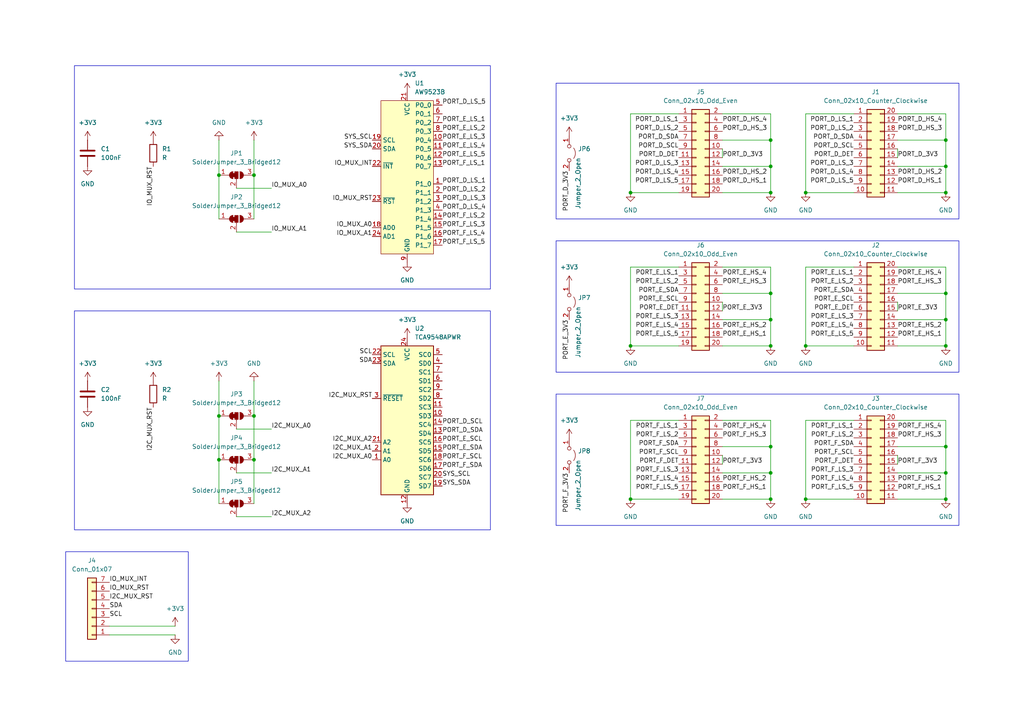
<source format=kicad_sch>
(kicad_sch (version 20231120) (generator "eeschema") (generator_version "8.0")
  (paper "A4")
  (lib_symbols
    (symbol "Connector_Generic:Conn_01x07" (pin_names (offset 1.016) hide)
      (property "Reference" "J" (at 0 10.16 0))
      (property "Value" "Conn_01x07" (at 0 -10.16 0))
      (symbol "Conn_01x07_1_1"
        (rectangle (start -1.27 -7.493) (end 0 -7.747) (stroke (width 0.1524)))
        (rectangle (start -1.27 -4.953) (end 0 -5.207) (stroke (width 0.1524)))
        (rectangle (start -1.27 -2.413) (end 0 -2.667) (stroke (width 0.1524)))
        (rectangle (start -1.27 0.127) (end 0 -0.127) (stroke (width 0.1524)))
        (rectangle (start -1.27 2.667) (end 0 2.413) (stroke (width 0.1524)))
        (rectangle (start -1.27 5.207) (end 0 4.953) (stroke (width 0.1524)))
        (rectangle (start -1.27 7.747) (end 0 7.493) (stroke (width 0.1524)))
        (rectangle (start -1.27 8.89) (end 1.27 -8.89) (stroke (width 0.254)) (fill (type background)))
        (pin passive line (at -5.08 7.62 0) (length 3.81) (name "Pin_1") (number "1"))
        (pin passive line (at -5.08 5.08 0) (length 3.81) (name "Pin_2") (number "2"))
        (pin passive line (at -5.08 2.54 0) (length 3.81) (name "Pin_3") (number "3"))
        (pin passive line (at -5.08 0 0) (length 3.81) (name "Pin_4") (number "4"))
        (pin passive line (at -5.08 -2.54 0) (length 3.81) (name "Pin_5") (number "5"))
        (pin passive line (at -5.08 -5.08 0) (length 3.81) (name "Pin_6") (number "6"))
        (pin passive line (at -5.08 -7.62 0) (length 3.81) (name "Pin_7") (number "7"))
      )
    )
    (symbol "Connector_Generic:Conn_02x10_Counter_Clockwise" (pin_names (offset 1.016) hide)
      (property "Reference" "J" (at 1.27 12.7 0))
      (property "Value" "Conn_02x10_Counter_Clockwise" (at 1.27 -15.24 0))
      (symbol "Conn_02x10_Counter_Clockwise_1_1"
        (rectangle (start -1.27 -12.573) (end 0 -12.827) (stroke (width 0.1524)))
        (rectangle (start -1.27 -10.033) (end 0 -10.287) (stroke (width 0.1524)))
        (rectangle (start -1.27 -7.493) (end 0 -7.747) (stroke (width 0.1524)))
        (rectangle (start -1.27 -4.953) (end 0 -5.207) (stroke (width 0.1524)))
        (rectangle (start -1.27 -2.413) (end 0 -2.667) (stroke (width 0.1524)))
        (rectangle (start -1.27 0.127) (end 0 -0.127) (stroke (width 0.1524)))
        (rectangle (start -1.27 2.667) (end 0 2.413) (stroke (width 0.1524)))
        (rectangle (start -1.27 5.207) (end 0 4.953) (stroke (width 0.1524)))
        (rectangle (start -1.27 7.747) (end 0 7.493) (stroke (width 0.1524)))
        (rectangle (start -1.27 10.287) (end 0 10.033) (stroke (width 0.1524)))
        (rectangle (start -1.27 11.43) (end 3.81 -13.97) (stroke (width 0.254)) (fill (type background)))
        (rectangle (start 3.81 -12.573) (end 2.54 -12.827) (stroke (width 0.1524)))
        (rectangle (start 3.81 -10.033) (end 2.54 -10.287) (stroke (width 0.1524)))
        (rectangle (start 3.81 -7.493) (end 2.54 -7.747) (stroke (width 0.1524)))
        (rectangle (start 3.81 -4.953) (end 2.54 -5.207) (stroke (width 0.1524)))
        (rectangle (start 3.81 -2.413) (end 2.54 -2.667) (stroke (width 0.1524)))
        (rectangle (start 3.81 0.127) (end 2.54 -0.127) (stroke (width 0.1524)))
        (rectangle (start 3.81 2.667) (end 2.54 2.413) (stroke (width 0.1524)))
        (rectangle (start 3.81 5.207) (end 2.54 4.953) (stroke (width 0.1524)))
        (rectangle (start 3.81 7.747) (end 2.54 7.493) (stroke (width 0.1524)))
        (rectangle (start 3.81 10.287) (end 2.54 10.033) (stroke (width 0.1524)))
        (pin passive line (at -5.08 10.16 0) (length 3.81) (name "Pin_1") (number "1"))
        (pin passive line (at -5.08 -12.7 0) (length 3.81) (name "Pin_10") (number "10"))
        (pin passive line (at 7.62 -12.7 180) (length 3.81) (name "Pin_11") (number "11"))
        (pin passive line (at 7.62 -10.16 180) (length 3.81) (name "Pin_12") (number "12"))
        (pin passive line (at 7.62 -7.62 180) (length 3.81) (name "Pin_13") (number "13"))
        (pin passive line (at 7.62 -5.08 180) (length 3.81) (name "Pin_14") (number "14"))
        (pin passive line (at 7.62 -2.54 180) (length 3.81) (name "Pin_15") (number "15"))
        (pin passive line (at 7.62 0 180) (length 3.81) (name "Pin_16") (number "16"))
        (pin passive line (at 7.62 2.54 180) (length 3.81) (name "Pin_17") (number "17"))
        (pin passive line (at 7.62 5.08 180) (length 3.81) (name "Pin_18") (number "18"))
        (pin passive line (at 7.62 7.62 180) (length 3.81) (name "Pin_19") (number "19"))
        (pin passive line (at -5.08 7.62 0) (length 3.81) (name "Pin_2") (number "2"))
        (pin passive line (at 7.62 10.16 180) (length 3.81) (name "Pin_20") (number "20"))
        (pin passive line (at -5.08 5.08 0) (length 3.81) (name "Pin_3") (number "3"))
        (pin passive line (at -5.08 2.54 0) (length 3.81) (name "Pin_4") (number "4"))
        (pin passive line (at -5.08 0 0) (length 3.81) (name "Pin_5") (number "5"))
        (pin passive line (at -5.08 -2.54 0) (length 3.81) (name "Pin_6") (number "6"))
        (pin passive line (at -5.08 -5.08 0) (length 3.81) (name "Pin_7") (number "7"))
        (pin passive line (at -5.08 -7.62 0) (length 3.81) (name "Pin_8") (number "8"))
        (pin passive line (at -5.08 -10.16 0) (length 3.81) (name "Pin_9") (number "9"))
      )
    )
    (symbol "Connector_Generic:Conn_02x10_Odd_Even" (pin_names (offset 1.016) hide)
      (property "Reference" "J" (at 1.27 12.7 0))
      (property "Value" "Conn_02x10_Odd_Even" (at 1.27 -15.24 0))
      (symbol "Conn_02x10_Odd_Even_1_1"
        (rectangle (start -1.27 -12.573) (end 0 -12.827) (stroke (width 0.1524)))
        (rectangle (start -1.27 -10.033) (end 0 -10.287) (stroke (width 0.1524)))
        (rectangle (start -1.27 -7.493) (end 0 -7.747) (stroke (width 0.1524)))
        (rectangle (start -1.27 -4.953) (end 0 -5.207) (stroke (width 0.1524)))
        (rectangle (start -1.27 -2.413) (end 0 -2.667) (stroke (width 0.1524)))
        (rectangle (start -1.27 0.127) (end 0 -0.127) (stroke (width 0.1524)))
        (rectangle (start -1.27 2.667) (end 0 2.413) (stroke (width 0.1524)))
        (rectangle (start -1.27 5.207) (end 0 4.953) (stroke (width 0.1524)))
        (rectangle (start -1.27 7.747) (end 0 7.493) (stroke (width 0.1524)))
        (rectangle (start -1.27 10.287) (end 0 10.033) (stroke (width 0.1524)))
        (rectangle (start -1.27 11.43) (end 3.81 -13.97) (stroke (width 0.254)) (fill (type background)))
        (rectangle (start 3.81 -12.573) (end 2.54 -12.827) (stroke (width 0.1524)))
        (rectangle (start 3.81 -10.033) (end 2.54 -10.287) (stroke (width 0.1524)))
        (rectangle (start 3.81 -7.493) (end 2.54 -7.747) (stroke (width 0.1524)))
        (rectangle (start 3.81 -4.953) (end 2.54 -5.207) (stroke (width 0.1524)))
        (rectangle (start 3.81 -2.413) (end 2.54 -2.667) (stroke (width 0.1524)))
        (rectangle (start 3.81 0.127) (end 2.54 -0.127) (stroke (width 0.1524)))
        (rectangle (start 3.81 2.667) (end 2.54 2.413) (stroke (width 0.1524)))
        (rectangle (start 3.81 5.207) (end 2.54 4.953) (stroke (width 0.1524)))
        (rectangle (start 3.81 7.747) (end 2.54 7.493) (stroke (width 0.1524)))
        (rectangle (start 3.81 10.287) (end 2.54 10.033) (stroke (width 0.1524)))
        (pin passive line (at -5.08 10.16 0) (length 3.81) (name "Pin_1") (number "1"))
        (pin passive line (at 7.62 0 180) (length 3.81) (name "Pin_10") (number "10"))
        (pin passive line (at -5.08 -2.54 0) (length 3.81) (name "Pin_11") (number "11"))
        (pin passive line (at 7.62 -2.54 180) (length 3.81) (name "Pin_12") (number "12"))
        (pin passive line (at -5.08 -5.08 0) (length 3.81) (name "Pin_13") (number "13"))
        (pin passive line (at 7.62 -5.08 180) (length 3.81) (name "Pin_14") (number "14"))
        (pin passive line (at -5.08 -7.62 0) (length 3.81) (name "Pin_15") (number "15"))
        (pin passive line (at 7.62 -7.62 180) (length 3.81) (name "Pin_16") (number "16"))
        (pin passive line (at -5.08 -10.16 0) (length 3.81) (name "Pin_17") (number "17"))
        (pin passive line (at 7.62 -10.16 180) (length 3.81) (name "Pin_18") (number "18"))
        (pin passive line (at -5.08 -12.7 0) (length 3.81) (name "Pin_19") (number "19"))
        (pin passive line (at 7.62 10.16 180) (length 3.81) (name "Pin_2") (number "2"))
        (pin passive line (at 7.62 -12.7 180) (length 3.81) (name "Pin_20") (number "20"))
        (pin passive line (at -5.08 7.62 0) (length 3.81) (name "Pin_3") (number "3"))
        (pin passive line (at 7.62 7.62 180) (length 3.81) (name "Pin_4") (number "4"))
        (pin passive line (at -5.08 5.08 0) (length 3.81) (name "Pin_5") (number "5"))
        (pin passive line (at 7.62 5.08 180) (length 3.81) (name "Pin_6") (number "6"))
        (pin passive line (at -5.08 2.54 0) (length 3.81) (name "Pin_7") (number "7"))
        (pin passive line (at 7.62 2.54 180) (length 3.81) (name "Pin_8") (number "8"))
        (pin passive line (at -5.08 0 0) (length 3.81) (name "Pin_9") (number "9"))
      )
    )
    (symbol "Device:C" (pin_numbers hide) (pin_names (offset 0.254))
      (property "Reference" "C" (at 0.635 2.54 0))
      (property "Value" "C" (at 0.635 -2.54 0))
      (symbol "C_0_1"
        (polyline (pts (xy -2.032 -0.762) (xy 2.032 -0.762)) (stroke (width 0.508)))
        (polyline (pts (xy -2.032 0.762) (xy 2.032 0.762)) (stroke (width 0.508)))
      )
      (symbol "C_1_1"
        (pin passive line (at 0 3.81 270) (length 2.794) (name "~") (number "1"))
        (pin passive line (at 0 -3.81 90) (length 2.794) (name "~") (number "2"))
      )
    )
    (symbol "Device:R" (pin_numbers hide) (pin_names (offset 0))
      (property "Reference" "R" (at 2.032 0 90))
      (property "Value" "R" (at 0 0 90))
      (symbol "R_0_1"
        (rectangle (start -1.016 -2.54) (end 1.016 2.54) (stroke (width 0.254)))
      )
      (symbol "R_1_1"
        (pin passive line (at 0 3.81 270) (length 1.27) (name "~") (number "1"))
        (pin passive line (at 0 -3.81 90) (length 1.27) (name "~") (number "2"))
      )
    )
    (symbol "Interface_Expansion:TCA9548APWR"
      (property "Reference" "U" (at -7.62 21.59 0))
      (property "Value" "TCA9548APWR" (at 1.016 21.59 0))
      (symbol "TCA9548APWR_0_1"
        (rectangle (start -7.62 20.32) (end 7.62 -22.86) (stroke (width 0.254)) (fill (type background)))
      )
      (symbol "TCA9548APWR_1_1"
        (pin input line (at -10.16 -12.7 0) (length 2.54) (name "A0") (number "1"))
        (pin bidirectional line (at 10.16 0 180) (length 2.54) (name "SD3") (number "10"))
        (pin output line (at 10.16 2.54 180) (length 2.54) (name "SC3") (number "11"))
        (pin power_in line (at 0 -25.4 90) (length 2.54) (name "GND") (number "12"))
        (pin bidirectional line (at 10.16 -5.08 180) (length 2.54) (name "SD4") (number "13"))
        (pin output line (at 10.16 -2.54 180) (length 2.54) (name "SC4") (number "14"))
        (pin bidirectional line (at 10.16 -10.16 180) (length 2.54) (name "SD5") (number "15"))
        (pin output line (at 10.16 -7.62 180) (length 2.54) (name "SC5") (number "16"))
        (pin bidirectional line (at 10.16 -15.24 180) (length 2.54) (name "SD6") (number "17"))
        (pin output line (at 10.16 -12.7 180) (length 2.54) (name "SC6") (number "18"))
        (pin bidirectional line (at 10.16 -20.32 180) (length 2.54) (name "SD7") (number "19"))
        (pin input line (at -10.16 -10.16 0) (length 2.54) (name "A1") (number "2"))
        (pin output line (at 10.16 -17.78 180) (length 2.54) (name "SC7") (number "20"))
        (pin input line (at -10.16 -7.62 0) (length 2.54) (name "A2") (number "21"))
        (pin input line (at -10.16 17.78 0) (length 2.54) (name "SCL") (number "22"))
        (pin bidirectional line (at -10.16 15.24 0) (length 2.54) (name "SDA") (number "23"))
        (pin power_in line (at 0 22.86 270) (length 2.54) (name "VCC") (number "24"))
        (pin input line (at -10.16 5.08 0) (length 2.54) (name "~{RESET}") (number "3"))
        (pin bidirectional line (at 10.16 15.24 180) (length 2.54) (name "SD0") (number "4"))
        (pin output line (at 10.16 17.78 180) (length 2.54) (name "SC0") (number "5"))
        (pin bidirectional line (at 10.16 10.16 180) (length 2.54) (name "SD1") (number "6"))
        (pin output line (at 10.16 12.7 180) (length 2.54) (name "SC1") (number "7"))
        (pin bidirectional line (at 10.16 5.08 180) (length 2.54) (name "SD2") (number "8"))
        (pin output line (at 10.16 7.62 180) (length 2.54) (name "SC2") (number "9"))
      )
    )
    (symbol "Jumper:Jumper_2_Open" (pin_names (offset 0) hide)
      (property "Reference" "JP" (at 0 2.794 0))
      (property "Value" "Jumper_2_Open" (at 0 -2.286 0))
      (symbol "Jumper_2_Open_0_0"
        (circle (center -2.032 0) (radius 0.508))
        (circle (center 2.032 0) (radius 0.508))
      )
      (symbol "Jumper_2_Open_0_1"
        (arc (start 1.524 1.27) (mid 0 1.778) (end -1.524 1.27))
      )
      (symbol "Jumper_2_Open_1_1"
        (pin passive line (at -5.08 0 0) (length 2.54) (name "A") (number "1"))
        (pin passive line (at 5.08 0 180) (length 2.54) (name "B") (number "2"))
      )
    )
    (symbol "Jumper:SolderJumper_3_Bridged12" (pin_names (offset 0) hide)
      (property "Reference" "JP" (at -2.54 -2.54 0))
      (property "Value" "SolderJumper_3_Bridged12" (at 0 2.794 0))
      (symbol "SolderJumper_3_Bridged12_0_1"
        (rectangle (start -1.016 0.508) (end -0.508 -0.508) (fill (type outline)))
        (arc (start -1.016 1.016) (mid -2.0276 0) (end -1.016 -1.016))
        (arc (start -1.016 1.016) (mid -2.0276 0) (end -1.016 -1.016) (fill (type outline)))
        (rectangle (start -0.508 1.016) (end 0.508 -1.016) (fill (type outline)))
        (polyline (pts (xy -2.54 0) (xy -2.032 0)))
        (polyline (pts (xy -1.016 1.016) (xy -1.016 -1.016)))
        (polyline (pts (xy 0 -1.27) (xy 0 -1.016)))
        (polyline (pts (xy 1.016 1.016) (xy 1.016 -1.016)))
        (polyline (pts (xy 2.54 0) (xy 2.032 0)))
        (arc (start 1.016 -1.016) (mid 2.0276 0) (end 1.016 1.016))
        (arc (start 1.016 -1.016) (mid 2.0276 0) (end 1.016 1.016) (fill (type outline)))
      )
      (symbol "SolderJumper_3_Bridged12_1_1"
        (pin passive line (at -5.08 0 0) (length 2.54) (name "A") (number "1"))
        (pin passive line (at 0 -3.81 90) (length 2.54) (name "C") (number "2"))
        (pin passive line (at 5.08 0 180) (length 2.54) (name "B") (number "3"))
      )
    )
    (symbol "power:+3V3" (power) (pin_numbers hide) (pin_names (offset 0) hide)
      (property "Value" "+3V3" (at 0 3.556 0))
      (symbol "+3V3_0_1"
        (polyline (pts (xy -0.762 1.27) (xy 0 2.54)))
        (polyline (pts (xy 0 0) (xy 0 2.54)))
        (polyline (pts (xy 0 2.54) (xy 0.762 1.27)))
      )
      (symbol "+3V3_1_1"
        (pin power_in line (at 0 0 90) (length 0) (name "~") (number "1"))
      )
    )
    (symbol "power:GND" (power) (pin_numbers hide) (pin_names (offset 0) hide)
      (property "Value" "GND" (at 0 -3.81 0))
      (symbol "GND_0_1"
        (polyline (pts (xy 0 0) (xy 0 -1.27) (xy 1.27 -1.27) (xy 0 -2.54) (xy -1.27 -1.27) (xy 0 -1.27)))
      )
      (symbol "GND_1_1"
        (pin power_in line (at 0 0 270) (length 0) (name "~") (number "1"))
      )
    )
    (symbol "tildagon:AW9523B"
      (property "Reference" "U" (at 0 0 0))
      (property "Value" "AW9523B" (at 0 0 0))
      (symbol "AW9523B_1_1"
        (rectangle (start -7.62 21.59) (end 7.62 -22.86) (fill (type background)))
        (pin tri_state line (at 10.16 -2.54 180) (length 2.54) (name "P1_0") (number "1"))
        (pin tri_state line (at 10.16 10.16 180) (length 2.54) (name "P0_4") (number "10"))
        (pin tri_state line (at 10.16 7.62 180) (length 2.54) (name "P0_5") (number "11"))
        (pin tri_state line (at 10.16 5.08 180) (length 2.54) (name "P0_6") (number "12"))
        (pin tri_state line (at 10.16 2.54 180) (length 2.54) (name "P0_7") (number "13"))
        (pin tri_state line (at 10.16 -12.7 180) (length 2.54) (name "P1_4") (number "14"))
        (pin tri_state line (at 10.16 -15.24 180) (length 2.54) (name "P1_5") (number "15"))
        (pin tri_state line (at 10.16 -17.78 180) (length 2.54) (name "P1_6") (number "16"))
        (pin tri_state line (at 10.16 -20.32 180) (length 2.54) (name "P1_7") (number "17"))
        (pin input line (at -10.16 -15.24 0) (length 2.54) (name "AD0") (number "18"))
        (pin input line (at -10.16 10.16 0) (length 2.54) (name "SCL") (number "19"))
        (pin tri_state line (at 10.16 -5.08 180) (length 2.54) (name "P1_1") (number "2"))
        (pin input line (at -10.16 7.62 0) (length 2.54) (name "SDA") (number "20"))
        (pin power_in line (at 0 24.13 270) (length 2.54) (name "VCC") (number "21"))
        (pin open_collector line (at -10.16 2.54 0) (length 2.54) (name "~{INT}") (number "22"))
        (pin input line (at -10.16 -7.62 0) (length 2.54) (name "~{RST}") (number "23"))
        (pin input line (at -10.16 -17.78 0) (length 2.54) (name "AD1") (number "24"))
        (pin passive line (at 0 -25.4 90) (length 2.54) hide (name "GND") (number "25"))
        (pin tri_state line (at 10.16 -7.62 180) (length 2.54) (name "P1_2") (number "3"))
        (pin tri_state line (at 10.16 -10.16 180) (length 2.54) (name "P1_3") (number "4"))
        (pin tri_state line (at 10.16 20.32 180) (length 2.54) (name "P0_0") (number "5"))
        (pin tri_state line (at 10.16 17.78 180) (length 2.54) (name "P0_1") (number "6"))
        (pin tri_state line (at 10.16 15.24 180) (length 2.54) (name "P0_2") (number "7"))
        (pin tri_state line (at 10.16 12.7 180) (length 2.54) (name "P0_3") (number "8"))
        (pin power_in line (at 0 -25.4 90) (length 2.54) (name "GND") (number "9"))
      )
    )
  )
  (junction (at 223.52 40.64))
  (junction (at 233.68 55.88))
  (junction (at 63.5 133.35))
  (junction (at 274.32 100.33))
  (junction (at 223.52 48.26))
  (junction (at 274.32 55.88))
  (junction (at 274.32 129.54))
  (junction (at 223.52 129.54))
  (junction (at 223.52 137.16))
  (junction (at 182.88 144.78))
  (junction (at 274.32 48.26))
  (junction (at 274.32 85.09))
  (junction (at 73.66 120.65))
  (junction (at 223.52 85.09))
  (junction (at 182.88 100.33))
  (junction (at 223.52 92.71))
  (junction (at 223.52 144.78))
  (junction (at 73.66 50.8))
  (junction (at 63.5 120.65))
  (junction (at 274.32 137.16))
  (junction (at 274.32 144.78))
  (junction (at 274.32 40.64))
  (junction (at 223.52 100.33))
  (junction (at 182.88 55.88))
  (junction (at 63.5 50.8))
  (junction (at 233.68 144.78))
  (junction (at 274.32 92.71))
  (junction (at 223.52 55.88))
  (junction (at 233.68 100.33))
  (junction (at 73.66 133.35))
  (wire (pts (xy 182.88 100.33) (xy 196.85 100.33)))
  (wire (pts (xy 274.32 48.26) (xy 274.32 55.88)))
  (wire (pts (xy 274.32 77.47) (xy 274.32 85.09)))
  (wire (pts (xy 233.68 77.47) (xy 233.68 100.33)))
  (wire (pts (xy 233.68 121.92) (xy 233.68 144.78)))
  (wire (pts (xy 223.52 121.92) (xy 223.52 129.54)))
  (wire (pts (xy 182.88 144.78) (xy 196.85 144.78)))
  (wire (pts (xy 209.55 137.16) (xy 223.52 137.16)))
  (wire (pts (xy 196.85 77.47) (xy 182.88 77.47)))
  (wire (pts (xy 223.52 77.47) (xy 223.52 85.09)))
  (wire (pts (xy 233.68 33.02) (xy 247.65 33.02)))
  (wire (pts (xy 209.55 43.18) (xy 209.55 45.72)))
  (wire (pts (xy 233.68 100.33) (xy 247.65 100.33)))
  (wire (pts (xy 73.66 40.64) (xy 73.66 50.8)))
  (wire (pts (xy 223.52 40.64) (xy 223.52 48.26)))
  (wire (pts (xy 63.5 133.35) (xy 63.5 146.05)))
  (wire (pts (xy 68.58 67.31) (xy 78.74 67.31)))
  (wire (pts (xy 73.66 120.65) (xy 73.66 133.35)))
  (wire (pts (xy 196.85 121.92) (xy 182.88 121.92)))
  (wire (pts (xy 63.5 40.64) (xy 63.5 50.8)))
  (wire (pts (xy 260.35 92.71) (xy 274.32 92.71)))
  (wire (pts (xy 73.66 133.35) (xy 73.66 146.05)))
  (wire (pts (xy 223.52 77.47) (xy 209.55 77.47)))
  (wire (pts (xy 260.35 48.26) (xy 274.32 48.26)))
  (wire (pts (xy 260.35 132.08) (xy 260.35 134.62)))
  (wire (pts (xy 223.52 137.16) (xy 223.52 144.78)))
  (wire (pts (xy 73.66 50.8) (xy 73.66 63.5)))
  (wire (pts (xy 68.58 124.46) (xy 78.74 124.46)))
  (wire (pts (xy 233.68 121.92) (xy 247.65 121.92)))
  (wire (pts (xy 233.68 77.47) (xy 247.65 77.47)))
  (wire (pts (xy 260.35 121.92) (xy 274.32 121.92)))
  (wire (pts (xy 260.35 55.88) (xy 274.32 55.88)))
  (wire (pts (xy 260.35 77.47) (xy 274.32 77.47)))
  (wire (pts (xy 182.88 121.92) (xy 182.88 144.78)))
  (wire (pts (xy 233.68 55.88) (xy 247.65 55.88)))
  (wire (pts (xy 260.35 33.02) (xy 274.32 33.02)))
  (wire (pts (xy 209.55 129.54) (xy 223.52 129.54)))
  (wire (pts (xy 182.88 33.02) (xy 182.88 55.88)))
  (wire (pts (xy 209.55 144.78) (xy 223.52 144.78)))
  (wire (pts (xy 274.32 129.54) (xy 274.32 137.16)))
  (wire (pts (xy 260.35 100.33) (xy 274.32 100.33)))
  (wire (pts (xy 68.58 137.16) (xy 78.74 137.16)))
  (wire (pts (xy 274.32 137.16) (xy 274.32 144.78)))
  (wire (pts (xy 260.35 87.63) (xy 260.35 90.17)))
  (wire (pts (xy 209.55 55.88) (xy 223.52 55.88)))
  (wire (pts (xy 209.55 87.63) (xy 209.55 90.17)))
  (wire (pts (xy 182.88 55.88) (xy 196.85 55.88)))
  (wire (pts (xy 274.32 121.92) (xy 274.32 129.54)))
  (wire (pts (xy 209.55 85.09) (xy 223.52 85.09)))
  (wire (pts (xy 223.52 85.09) (xy 223.52 92.71)))
  (wire (pts (xy 223.52 33.02) (xy 223.52 40.64)))
  (wire (pts (xy 223.52 48.26) (xy 223.52 55.88)))
  (wire (pts (xy 233.68 33.02) (xy 233.68 55.88)))
  (wire (pts (xy 196.85 33.02) (xy 182.88 33.02)))
  (wire (pts (xy 68.58 54.61) (xy 78.74 54.61)))
  (wire (pts (xy 223.52 33.02) (xy 209.55 33.02)))
  (wire (pts (xy 260.35 43.18) (xy 260.35 45.72)))
  (wire (pts (xy 274.32 33.02) (xy 274.32 40.64)))
  (wire (pts (xy 73.66 110.49) (xy 73.66 120.65)))
  (wire (pts (xy 31.75 181.61) (xy 50.8 181.61)))
  (wire (pts (xy 223.52 129.54) (xy 223.52 137.16)))
  (wire (pts (xy 209.55 132.08) (xy 209.55 134.62)))
  (wire (pts (xy 223.52 92.71) (xy 223.52 100.33)))
  (wire (pts (xy 63.5 120.65) (xy 63.5 133.35)))
  (wire (pts (xy 260.35 40.64) (xy 274.32 40.64)))
  (wire (pts (xy 68.58 149.86) (xy 78.74 149.86)))
  (wire (pts (xy 260.35 137.16) (xy 274.32 137.16)))
  (wire (pts (xy 274.32 40.64) (xy 274.32 48.26)))
  (wire (pts (xy 260.35 144.78) (xy 274.32 144.78)))
  (wire (pts (xy 274.32 92.71) (xy 274.32 100.33)))
  (wire (pts (xy 233.68 144.78) (xy 247.65 144.78)))
  (wire (pts (xy 209.55 48.26) (xy 223.52 48.26)))
  (wire (pts (xy 209.55 40.64) (xy 223.52 40.64)))
  (wire (pts (xy 223.52 121.92) (xy 209.55 121.92)))
  (wire (pts (xy 260.35 129.54) (xy 274.32 129.54)))
  (wire (pts (xy 182.88 77.47) (xy 182.88 100.33)))
  (wire (pts (xy 63.5 110.49) (xy 63.5 120.65)))
  (wire (pts (xy 260.35 85.09) (xy 274.32 85.09)))
  (wire (pts (xy 63.5 50.8) (xy 63.5 63.5)))
  (wire (pts (xy 31.75 184.15) (xy 50.8 184.15)))
  (wire (pts (xy 209.55 100.33) (xy 223.52 100.33)))
  (wire (pts (xy 274.32 85.09) (xy 274.32 92.71)))
  (wire (pts (xy 209.55 92.71) (xy 223.52 92.71)))
  (rectangle (start 21.59 19.05) (end 142.24 83.82))
  (rectangle (start 161.29 114.3) (end 278.13 152.4))
  (rectangle (start 161.29 24.13) (end 278.13 63.5))
  (rectangle (start 161.29 69.85) (end 278.13 107.95))
  (rectangle (start 19.05 160.02) (end 54.61 191.77))
  (rectangle (start 21.59 90.17) (end 142.24 153.67))
  (label "PORT_D_LS_1" (at 196.85 35.56 180))
  (label "PORT_E_LS_2" (at 247.65 82.55 180))
  (label "PORT_F_SDA" (at 128.27 135.89 0))
  (label "PORT_D_SDA" (at 128.27 125.73 0))
  (label "I2C_MUX_RST" (at 44.45 118.11 270))
  (label "PORT_D_LS_2" (at 128.27 55.88 0))
  (label "PORT_F_DET" (at 247.65 134.62 180))
  (label "PORT_F_HS_1" (at 209.55 142.24 0))
  (label "PORT_D_HS_4" (at 260.35 35.56 0))
  (label "PORT_F_3V3" (at 209.55 134.62 0))
  (label "PORT_D_HS_4" (at 209.55 35.56 0))
  (label "PORT_D_LS_4" (at 196.85 50.8 180))
  (label "SDA" (at 31.75 176.53 0))
  (label "PORT_F_HS_2" (at 260.35 139.7 0))
  (label "PORT_D_SDA" (at 247.65 40.64 180))
  (label "PORT_D_LS_3" (at 128.27 58.42 0))
  (label "PORT_D_HS_3" (at 260.35 38.1 0))
  (label "I2C_MUX_A1" (at 107.95 130.81 180))
  (label "PORT_D_LS_2" (at 247.65 38.1 180))
  (label "PORT_E_SDA" (at 128.27 130.81 0))
  (label "PORT_E_HS_1" (at 260.35 97.79 0))
  (label "PORT_F_LS_1" (at 128.27 48.26 0))
  (label "PORT_E_DET" (at 196.85 90.17 180))
  (label "PORT_D_LS_4" (at 128.27 60.96 0))
  (label "PORT_E_LS_1" (at 196.85 80.01 180))
  (label "PORT_F_LS_4" (at 196.85 139.7 180))
  (label "PORT_E_LS_5" (at 247.65 97.79 180))
  (label "PORT_F_LS_2" (at 128.27 63.5 0))
  (label "PORT_F_LS_1" (at 247.65 124.46 180))
  (label "PORT_F_HS_4" (at 209.55 124.46 0))
  (label "PORT_F_SDA" (at 247.65 129.54 180))
  (label "PORT_D_LS_3" (at 196.85 48.26 180))
  (label "SYS_SDA" (at 107.95 43.18 180))
  (label "PORT_F_HS_4" (at 260.35 124.46 0))
  (label "I2C_MUX_RST" (at 31.75 173.99 0))
  (label "IO_MUX_A1" (at 107.95 68.58 180))
  (label "PORT_F_DET" (at 196.85 134.62 180))
  (label "PORT_E_LS_3" (at 247.65 92.71 180))
  (label "PORT_D_HS_2" (at 260.35 50.8 0))
  (label "PORT_E_SCL" (at 128.27 128.27 0))
  (label "PORT_E_DET" (at 247.65 90.17 180))
  (label "PORT_F_LS_2" (at 196.85 127 180))
  (label "SYS_SCL" (at 107.95 40.64 180))
  (label "PORT_F_HS_3" (at 260.35 127 0))
  (label "PORT_D_HS_3" (at 209.55 38.1 0))
  (label "PORT_F_HS_3" (at 209.55 127 0))
  (label "PORT_E_LS_5" (at 196.85 97.79 180))
  (label "I2C_MUX_A0" (at 107.95 133.35 180))
  (label "I2C_MUX_A0" (at 78.74 124.46 0))
  (label "PORT_E_HS_4" (at 209.55 80.01 0))
  (label "I2C_MUX_RST" (at 107.95 115.57 180))
  (label "SCL" (at 107.95 102.87 180))
  (label "PORT_D_LS_3" (at 247.65 48.26 180))
  (label "PORT_D_LS_1" (at 128.27 53.34 0))
  (label "PORT_F_HS_1" (at 260.35 142.24 0))
  (label "PORT_D_HS_1" (at 260.35 53.34 0))
  (label "PORT_E_SCL" (at 196.85 87.63 180))
  (label "SCL" (at 31.75 179.07 0))
  (label "PORT_D_SCL" (at 196.85 43.18 180))
  (label "PORT_E_HS_1" (at 209.55 97.79 0))
  (label "PORT_D_DET" (at 247.65 45.72 180))
  (label "PORT_F_LS_4" (at 247.65 139.7 180))
  (label "PORT_D_LS_4" (at 247.65 50.8 180))
  (label "PORT_D_LS_5" (at 247.65 53.34 180))
  (label "PORT_F_LS_5" (at 128.27 71.12 0))
  (label "PORT_E_LS_5" (at 128.27 45.72 0))
  (label "SYS_SCL" (at 128.27 138.43 0))
  (label "PORT_E_HS_3" (at 260.35 82.55 0))
  (label "PORT_E_HS_2" (at 209.55 95.25 0))
  (label "PORT_F_HS_2" (at 209.55 139.7 0))
  (label "PORT_D_LS_1" (at 247.65 35.56 180))
  (label "PORT_E_LS_3" (at 128.27 40.64 0))
  (label "PORT_E_HS_3" (at 209.55 82.55 0))
  (label "PORT_D_SDA" (at 196.85 40.64 180))
  (label "PORT_E_SCL" (at 247.65 87.63 180))
  (label "SYS_SDA" (at 128.27 140.97 0))
  (label "PORT_E_HS_2" (at 260.35 95.25 0))
  (label "PORT_D_3V3" (at 165.1 49.53 270))
  (label "PORT_F_3V3" (at 260.35 134.62 0))
  (label "IO_MUX_A0" (at 107.95 66.04 180))
  (label "PORT_F_LS_1" (at 196.85 124.46 180))
  (label "PORT_F_3V3" (at 165.1 137.16 270))
  (label "IO_MUX_RST" (at 44.45 48.26 270))
  (label "PORT_D_HS_2" (at 209.55 50.8 0))
  (label "PORT_E_LS_3" (at 196.85 92.71 180))
  (label "IO_MUX_A1" (at 78.74 67.31 0))
  (label "PORT_E_LS_1" (at 247.65 80.01 180))
  (label "PORT_F_LS_3" (at 247.65 137.16 180))
  (label "IO_MUX_RST" (at 107.95 58.42 180))
  (label "IO_MUX_INT" (at 107.95 48.26 180))
  (label "PORT_E_HS_4" (at 260.35 80.01 0))
  (label "PORT_D_HS_1" (at 209.55 53.34 0))
  (label "PORT_D_3V3" (at 209.55 45.72 0))
  (label "IO_MUX_INT" (at 31.75 168.91 0))
  (label "PORT_F_LS_5" (at 196.85 142.24 180))
  (label "PORT_E_LS_2" (at 128.27 38.1 0))
  (label "PORT_E_3V3" (at 260.35 90.17 0))
  (label "PORT_F_SCL" (at 196.85 132.08 180))
  (label "PORT_F_SCL" (at 247.65 132.08 180))
  (label "I2C_MUX_A2" (at 107.95 128.27 180))
  (label "PORT_F_SCL" (at 128.27 133.35 0))
  (label "PORT_F_SDA" (at 196.85 129.54 180))
  (label "I2C_MUX_A2" (at 78.74 149.86 0))
  (label "PORT_E_LS_2" (at 196.85 82.55 180))
  (label "PORT_E_3V3" (at 209.55 90.17 0))
  (label "PORT_E_3V3" (at 165.1 92.71 270))
  (label "PORT_E_LS_4" (at 247.65 95.25 180))
  (label "PORT_E_SDA" (at 247.65 85.09 180))
  (label "PORT_D_LS_5" (at 128.27 30.48 0))
  (label "PORT_D_SCL" (at 247.65 43.18 180))
  (label "PORT_D_LS_2" (at 196.85 38.1 180))
  (label "PORT_D_LS_5" (at 196.85 53.34 180))
  (label "PORT_E_LS_4" (at 196.85 95.25 180))
  (label "PORT_D_DET" (at 196.85 45.72 180))
  (label "PORT_E_LS_1" (at 128.27 35.56 0))
  (label "PORT_D_SCL" (at 128.27 123.19 0))
  (label "PORT_F_LS_3" (at 196.85 137.16 180))
  (label "I2C_MUX_A1" (at 78.74 137.16 0))
  (label "PORT_D_3V3" (at 260.35 45.72 0))
  (label "IO_MUX_RST" (at 31.75 171.45 0))
  (label "IO_MUX_A0" (at 78.74 54.61 0))
  (label "PORT_F_LS_4" (at 128.27 68.58 0))
  (label "PORT_F_LS_2" (at 247.65 127 180))
  (label "PORT_E_LS_4" (at 128.27 43.18 0))
  (label "PORT_F_LS_5" (at 247.65 142.24 180))
  (label "PORT_F_LS_3" (at 128.27 66.04 0))
  (label "PORT_E_SDA" (at 196.85 85.09 180))
  (label "SDA" (at 107.95 105.41 180))
  (symbol (lib_id "Connector_Generic:Conn_02x10_Counter_Clockwise") (at 252.73 87.63 0) (unit 1)
    (property "Reference" "J2" (at 254 71.12 0))
    (property "Value" "Conn_02x10_Counter_Clockwise" (at 254 73.66 0))
    (property "Footprint" "tildagon:SFP" (effects (hide yes)))
    (property "Description" "Generic connector, double row, 02x10, counter clockwise pin numbering scheme (similar to DIP package numbering), script generated (kicad-library-utils/schlib/autogen/connector/)" (effects (hide yes)))
    (property "LCSC" "C2897291" (effects (hide yes)))
  )
  (symbol (lib_id "power:GND") (at 63.5 40.64 180) (unit 1)
    (property "Reference" "#PWR010" (effects (hide yes)))
    (property "Value" "GND" (at 63.5 35.56 0))
    (property "Description" "Power symbol creates a global label with name \"GND\" , ground" (effects (hide yes)))
  )
  (symbol (lib_id "power:+3V3") (at 118.11 26.67 0) (unit 1)
    (property "Reference" "#PWR08" (effects (hide yes)))
    (property "Value" "+3V3" (at 118.11 21.59 0))
    (property "Description" "Power symbol creates a global label with name \"+3V3\"" (effects (hide yes)))
  )
  (symbol (lib_id "power:+3V3") (at 25.4 40.64 0) (unit 1)
    (property "Reference" "#PWR028" (effects (hide yes)))
    (property "Value" "+3V3" (at 25.4 35.56 0))
    (property "Description" "Power symbol creates a global label with name \"+3V3\"" (effects (hide yes)))
  )
  (symbol (lib_id "Device:C") (at 25.4 44.45 0) (unit 1)
    (property "Reference" "C1" (at 29.21 43.1799 0) (effects (justify left)))
    (property "Value" "100nF" (at 29.21 45.7199 0) (effects (justify left)))
    (property "Footprint" "Capacitor_SMD:C_0603_1608Metric" (effects (hide yes)))
    (property "Description" "Unpolarized capacitor" (effects (hide yes)))
    (property "LCSC" "C497032" (effects (hide yes)))
  )
  (symbol (lib_id "power:GND") (at 25.4 48.26 0) (unit 1)
    (property "Reference" "#PWR029" (effects (hide yes)))
    (property "Value" "GND" (at 25.4 53.34 0))
    (property "Description" "Power symbol creates a global label with name \"GND\" , ground" (effects (hide yes)))
  )
  (symbol (lib_id "Jumper:Jumper_2_Open") (at 165.1 87.63 270) (unit 1)
    (property "Reference" "JP7" (at 167.64 86.3599 90) (effects (justify left)))
    (property "Value" "Jumper_2_Open" (at 167.64 88.8999 0) (effects (justify left)))
    (property "Footprint" "TestPoint:TestPoint_2Pads_Pitch2.54mm_Drill0.8mm" (effects (hide yes)))
    (property "Description" "Jumper, 2-pole, open" (effects (hide yes)))
  )
  (symbol (lib_id "power:+3V3") (at 50.8 181.61 0) (unit 1)
    (property "Reference" "#PWR018" (effects (hide yes)))
    (property "Value" "+3V3" (at 50.8 176.53 0))
    (property "Description" "Power symbol creates a global label with name \"+3V3\"" (effects (hide yes)))
  )
  (symbol (lib_id "tildagon:AW9523B") (at 118.11 50.8 0) (unit 1)
    (property "Reference" "U1" (at 120.3041 24.13 0) (effects (justify left)))
    (property "Value" "AW9523B" (at 120.3041 26.67 0) (effects (justify left)))
    (property "Footprint" "Package_DFN_QFN:QFN-24-1EP_4x4mm_P0.5mm_EP2.7x2.6mm" (effects (hide yes)))
    (property "Datasheet" "https://cdn-shop.adafruit.com/product-files/4886/AW9523%20English%20Datasheet.pdf" (effects (hide yes)))
    (property "LCSC" "C148077" (effects (hide yes)))
  )
  (symbol (lib_id "power:+3V3") (at 63.5 110.49 0) (unit 1)
    (property "Reference" "#PWR014" (effects (hide yes)))
    (property "Value" "+3V3" (at 63.5 105.41 0))
    (property "Description" "Power symbol creates a global label with name \"+3V3\"" (effects (hide yes)))
  )
  (symbol (lib_id "Connector_Generic:Conn_02x10_Counter_Clockwise") (at 252.73 43.18 0) (unit 1)
    (property "Reference" "J1" (at 254 26.67 0))
    (property "Value" "Conn_02x10_Counter_Clockwise" (at 254 29.21 0))
    (property "Footprint" "tildagon:SFP" (effects (hide yes)))
    (property "Description" "Generic connector, double row, 02x10, counter clockwise pin numbering scheme (similar to DIP package numbering), script generated (kicad-library-utils/schlib/autogen/connector/)" (effects (hide yes)))
    (property "LCSC" "C2897291" (effects (hide yes)))
  )
  (symbol (lib_id "power:GND") (at 182.88 144.78 0) (unit 1)
    (property "Reference" "#PWR026" (effects (hide yes)))
    (property "Value" "GND" (at 182.88 149.86 0))
    (property "Description" "Power symbol creates a global label with name \"GND\" , ground" (effects (hide yes)))
  )
  (symbol (lib_id "power:+3V3") (at 165.1 39.37 0) (unit 1)
    (property "Reference" "#PWR015" (effects (hide yes)))
    (property "Value" "+3V3" (at 165.1 34.29 0))
    (property "Description" "Power symbol creates a global label with name \"+3V3\"" (effects (hide yes)))
  )
  (symbol (lib_id "Connector_Generic:Conn_01x07") (at 26.67 176.53 180) (unit 1)
    (property "Reference" "J4" (at 26.67 162.56 0))
    (property "Value" "Conn_01x07" (at 26.67 165.1 0))
    (property "Footprint" "Connector_PinHeader_2.54mm:PinHeader_1x07_P2.54mm_Vertical" (effects (hide yes)))
    (property "Description" "Generic connector, single row, 01x07, script generated (kicad-library-utils/schlib/autogen/connector/)" (effects (hide yes)))
  )
  (symbol (lib_id "Connector_Generic:Conn_02x10_Counter_Clockwise") (at 252.73 132.08 0) (unit 1)
    (property "Reference" "J3" (at 254 115.57 0))
    (property "Value" "Conn_02x10_Counter_Clockwise" (at 254 118.11 0))
    (property "Footprint" "tildagon:SFP" (effects (hide yes)))
    (property "Description" "Generic connector, double row, 02x10, counter clockwise pin numbering scheme (similar to DIP package numbering), script generated (kicad-library-utils/schlib/autogen/connector/)" (effects (hide yes)))
    (property "LCSC" "C2897291" (effects (hide yes)))
  )
  (symbol (lib_id "Jumper:Jumper_2_Open") (at 165.1 132.08 270) (unit 1)
    (property "Reference" "JP8" (at 167.64 130.8099 90) (effects (justify left)))
    (property "Value" "Jumper_2_Open" (at 167.64 133.3499 0) (effects (justify left)))
    (property "Footprint" "TestPoint:TestPoint_2Pads_Pitch2.54mm_Drill0.8mm" (effects (hide yes)))
    (property "Description" "Jumper, 2-pole, open" (effects (hide yes)))
  )
  (symbol (lib_id "power:+3V3") (at 44.45 110.49 0) (unit 1)
    (property "Reference" "#PWR020" (effects (hide yes)))
    (property "Value" "+3V3" (at 44.45 105.41 0))
    (property "Description" "Power symbol creates a global label with name \"+3V3\"" (effects (hide yes)))
  )
  (symbol (lib_id "power:GND") (at 274.32 144.78 0) (unit 1)
    (property "Reference" "#PWR06" (effects (hide yes)))
    (property "Value" "GND" (at 274.32 149.86 0))
    (property "Description" "Power symbol creates a global label with name \"GND\" , ground" (effects (hide yes)))
  )
  (symbol (lib_id "power:GND") (at 274.32 100.33 0) (unit 1)
    (property "Reference" "#PWR05" (effects (hide yes)))
    (property "Value" "GND" (at 274.32 105.41 0))
    (property "Description" "Power symbol creates a global label with name \"GND\" , ground" (effects (hide yes)))
  )
  (symbol (lib_id "power:+3V3") (at 25.4 110.49 0) (unit 1)
    (property "Reference" "#PWR030" (effects (hide yes)))
    (property "Value" "+3V3" (at 25.4 105.41 0))
    (property "Description" "Power symbol creates a global label with name \"+3V3\"" (effects (hide yes)))
  )
  (symbol (lib_id "power:GND") (at 50.8 184.15 0) (unit 1)
    (property "Reference" "#PWR019" (effects (hide yes)))
    (property "Value" "GND" (at 50.8 189.23 0))
    (property "Description" "Power symbol creates a global label with name \"GND\" , ground" (effects (hide yes)))
  )
  (symbol (lib_id "Connector_Generic:Conn_02x10_Odd_Even") (at 201.93 87.63 0) (unit 1)
    (property "Reference" "J6" (at 203.2 71.12 0))
    (property "Value" "Conn_02x10_Odd_Even" (at 203.2 73.66 0))
    (property "Footprint" "Connector_PinHeader_2.54mm:PinHeader_2x10_P2.54mm_Vertical" (effects (hide yes)))
    (property "Description" "Generic connector, double row, 02x10, odd/even pin numbering scheme (row 1 odd numbers, row 2 even numbers), script generated (kicad-library-utils/schlib/autogen/connector/)" (effects (hide yes)))
  )
  (symbol (lib_id "Jumper:Jumper_2_Open") (at 165.1 44.45 270) (unit 1)
    (property "Reference" "JP6" (at 167.64 43.1799 90) (effects (justify left)))
    (property "Value" "Jumper_2_Open" (at 167.64 45.7199 0) (effects (justify left)))
    (property "Footprint" "TestPoint:TestPoint_2Pads_Pitch2.54mm_Drill0.8mm" (effects (hide yes)))
    (property "Description" "Jumper, 2-pole, open" (effects (hide yes)))
  )
  (symbol (lib_id "power:GND") (at 274.32 55.88 0) (unit 1)
    (property "Reference" "#PWR01" (effects (hide yes)))
    (property "Value" "GND" (at 274.32 60.96 0))
    (property "Description" "Power symbol creates a global label with name \"GND\" , ground" (effects (hide yes)))
  )
  (symbol (lib_id "Interface_Expansion:TCA9548APWR") (at 118.11 120.65 0) (unit 1)
    (property "Reference" "U2" (at 120.3041 95.25 0) (effects (justify left)))
    (property "Value" "TCA9548APWR" (at 120.3041 97.79 0) (effects (justify left)))
    (property "Footprint" "Package_SO:TSSOP-24_4.4x7.8mm_P0.65mm" (effects (hide yes)))
    (property "Datasheet" "http://www.ti.com/lit/ds/symlink/tca9548a.pdf" (effects (hide yes)))
    (property "Description" "Low voltage 8-channel I2C switch with reset, TSSOP-24" (effects (hide yes)))
    (property "LCSC" "C130026" (effects (hide yes)))
  )
  (symbol (lib_id "power:GND") (at 233.68 100.33 0) (unit 1)
    (property "Reference" "#PWR03" (effects (hide yes)))
    (property "Value" "GND" (at 233.68 105.41 0))
    (property "Description" "Power symbol creates a global label with name \"GND\" , ground" (effects (hide yes)))
  )
  (symbol (lib_id "Jumper:SolderJumper_3_Bridged12") (at 68.58 146.05 0) (unit 1)
    (property "Reference" "JP5" (at 68.58 139.7 0))
    (property "Value" "SolderJumper_3_Bridged12" (at 68.58 142.24 0))
    (property "Footprint" "Jumper:SolderJumper-3_P1.3mm_Bridged12_RoundedPad1.0x1.5mm" (effects (hide yes)))
    (property "Description" "3-pole Solder Jumper, pins 1+2 closed/bridged" (effects (hide yes)))
  )
  (symbol (lib_id "power:+3V3") (at 44.45 40.64 0) (unit 1)
    (property "Reference" "#PWR021" (effects (hide yes)))
    (property "Value" "+3V3" (at 44.45 35.56 0))
    (property "Description" "Power symbol creates a global label with name \"+3V3\"" (effects (hide yes)))
  )
  (symbol (lib_id "power:+3V3") (at 73.66 40.64 0) (unit 1)
    (property "Reference" "#PWR09" (effects (hide yes)))
    (property "Value" "+3V3" (at 73.66 35.56 0))
    (property "Description" "Power symbol creates a global label with name \"+3V3\"" (effects (hide yes)))
  )
  (symbol (lib_id "power:+3V3") (at 165.1 127 0) (unit 1)
    (property "Reference" "#PWR017" (effects (hide yes)))
    (property "Value" "+3V3" (at 165.1 121.92 0))
    (property "Description" "Power symbol creates a global label with name \"+3V3\"" (effects (hide yes)))
  )
  (symbol (lib_id "Jumper:SolderJumper_3_Bridged12") (at 68.58 133.35 0) (unit 1)
    (property "Reference" "JP4" (at 68.58 127 0))
    (property "Value" "SolderJumper_3_Bridged12" (at 68.58 129.54 0))
    (property "Footprint" "Jumper:SolderJumper-3_P1.3mm_Bridged12_RoundedPad1.0x1.5mm" (effects (hide yes)))
    (property "Description" "3-pole Solder Jumper, pins 1+2 closed/bridged" (effects (hide yes)))
  )
  (symbol (lib_id "power:GND") (at 233.68 55.88 0) (unit 1)
    (property "Reference" "#PWR02" (effects (hide yes)))
    (property "Value" "GND" (at 233.68 60.96 0))
    (property "Description" "Power symbol creates a global label with name \"GND\" , ground" (effects (hide yes)))
  )
  (symbol (lib_id "power:+3V3") (at 165.1 82.55 0) (unit 1)
    (property "Reference" "#PWR016" (effects (hide yes)))
    (property "Value" "+3V3" (at 165.1 77.47 0))
    (property "Description" "Power symbol creates a global label with name \"+3V3\"" (effects (hide yes)))
  )
  (symbol (lib_id "power:GND") (at 182.88 100.33 0) (unit 1)
    (property "Reference" "#PWR024" (effects (hide yes)))
    (property "Value" "GND" (at 182.88 105.41 0))
    (property "Description" "Power symbol creates a global label with name \"GND\" , ground" (effects (hide yes)))
  )
  (symbol (lib_id "power:GND") (at 25.4 118.11 0) (unit 1)
    (property "Reference" "#PWR031" (effects (hide yes)))
    (property "Value" "GND" (at 25.4 123.19 0))
    (property "Description" "Power symbol creates a global label with name \"GND\" , ground" (effects (hide yes)))
  )
  (symbol (lib_id "Device:R") (at 44.45 114.3 0) (unit 1)
    (property "Reference" "R2" (at 46.99 113.0299 0) (effects (justify left)))
    (property "Value" "R" (at 46.99 115.5699 0) (effects (justify left)))
    (property "Footprint" "Resistor_SMD:R_0603_1608Metric" (effects (hide yes)))
    (property "Description" "Resistor" (effects (hide yes)))
    (property "LCSC" "C2907127" (effects (hide yes)))
  )
  (symbol (lib_id "power:GND") (at 118.11 146.05 0) (unit 1)
    (property "Reference" "#PWR012" (effects (hide yes)))
    (property "Value" "GND" (at 118.11 151.13 0))
    (property "Description" "Power symbol creates a global label with name \"GND\" , ground" (effects (hide yes)))
  )
  (symbol (lib_id "power:GND") (at 233.68 144.78 0) (unit 1)
    (property "Reference" "#PWR04" (effects (hide yes)))
    (property "Value" "GND" (at 233.68 149.86 0))
    (property "Description" "Power symbol creates a global label with name \"GND\" , ground" (effects (hide yes)))
  )
  (symbol (lib_id "Connector_Generic:Conn_02x10_Odd_Even") (at 201.93 43.18 0) (unit 1)
    (property "Reference" "J5" (at 203.2 26.67 0))
    (property "Value" "Conn_02x10_Odd_Even" (at 203.2 29.21 0))
    (property "Footprint" "Connector_PinHeader_2.54mm:PinHeader_2x10_P2.54mm_Vertical" (effects (hide yes)))
    (property "Description" "Generic connector, double row, 02x10, odd/even pin numbering scheme (row 1 odd numbers, row 2 even numbers), script generated (kicad-library-utils/schlib/autogen/connector/)" (effects (hide yes)))
  )
  (symbol (lib_id "power:+3V3") (at 118.11 97.79 0) (unit 1)
    (property "Reference" "#PWR011" (effects (hide yes)))
    (property "Value" "+3V3" (at 118.11 92.71 0))
    (property "Description" "Power symbol creates a global label with name \"+3V3\"" (effects (hide yes)))
  )
  (symbol (lib_id "power:GND") (at 223.52 100.33 0) (unit 1)
    (property "Reference" "#PWR025" (effects (hide yes)))
    (property "Value" "GND" (at 223.52 105.41 0))
    (property "Description" "Power symbol creates a global label with name \"GND\" , ground" (effects (hide yes)))
  )
  (symbol (lib_id "Connector_Generic:Conn_02x10_Odd_Even") (at 201.93 132.08 0) (unit 1)
    (property "Reference" "J7" (at 203.2 115.57 0))
    (property "Value" "Conn_02x10_Odd_Even" (at 203.2 118.11 0))
    (property "Footprint" "Connector_PinHeader_2.54mm:PinHeader_2x10_P2.54mm_Vertical" (effects (hide yes)))
    (property "Description" "Generic connector, double row, 02x10, odd/even pin numbering scheme (row 1 odd numbers, row 2 even numbers), script generated (kicad-library-utils/schlib/autogen/connector/)" (effects (hide yes)))
  )
  (symbol (lib_id "Jumper:SolderJumper_3_Bridged12") (at 68.58 50.8 0) (unit 1)
    (property "Reference" "JP1" (at 68.58 44.45 0))
    (property "Value" "SolderJumper_3_Bridged12" (at 68.58 46.99 0))
    (property "Footprint" "Jumper:SolderJumper-3_P1.3mm_Bridged12_RoundedPad1.0x1.5mm" (effects (hide yes)))
    (property "Description" "3-pole Solder Jumper, pins 1+2 closed/bridged" (effects (hide yes)))
  )
  (symbol (lib_id "Jumper:SolderJumper_3_Bridged12") (at 68.58 120.65 0) (unit 1)
    (property "Reference" "JP3" (at 68.58 114.3 0))
    (property "Value" "SolderJumper_3_Bridged12" (at 68.58 116.84 0))
    (property "Footprint" "Jumper:SolderJumper-3_P1.3mm_Bridged12_RoundedPad1.0x1.5mm" (effects (hide yes)))
    (property "Description" "3-pole Solder Jumper, pins 1+2 closed/bridged" (effects (hide yes)))
  )
  (symbol (lib_id "power:GND") (at 73.66 110.49 180) (unit 1)
    (property "Reference" "#PWR013" (effects (hide yes)))
    (property "Value" "GND" (at 73.66 105.41 0))
    (property "Description" "Power symbol creates a global label with name \"GND\" , ground" (effects (hide yes)))
  )
  (symbol (lib_id "power:GND") (at 182.88 55.88 0) (unit 1)
    (property "Reference" "#PWR023" (effects (hide yes)))
    (property "Value" "GND" (at 182.88 60.96 0))
    (property "Description" "Power symbol creates a global label with name \"GND\" , ground" (effects (hide yes)))
  )
  (symbol (lib_id "Jumper:SolderJumper_3_Bridged12") (at 68.58 63.5 0) (unit 1)
    (property "Reference" "JP2" (at 68.58 57.15 0))
    (property "Value" "SolderJumper_3_Bridged12" (at 68.58 59.69 0))
    (property "Footprint" "Jumper:SolderJumper-3_P1.3mm_Bridged12_RoundedPad1.0x1.5mm" (effects (hide yes)))
    (property "Description" "3-pole Solder Jumper, pins 1+2 closed/bridged" (effects (hide yes)))
  )
  (symbol (lib_id "power:GND") (at 223.52 144.78 0) (unit 1)
    (property "Reference" "#PWR027" (effects (hide yes)))
    (property "Value" "GND" (at 223.52 149.86 0))
    (property "Description" "Power symbol creates a global label with name \"GND\" , ground" (effects (hide yes)))
  )
  (symbol (lib_id "power:GND") (at 118.11 76.2 0) (unit 1)
    (property "Reference" "#PWR07" (effects (hide yes)))
    (property "Value" "GND" (at 118.11 81.28 0))
    (property "Description" "Power symbol creates a global label with name \"GND\" , ground" (effects (hide yes)))
  )
  (symbol (lib_id "Device:C") (at 25.4 114.3 0) (unit 1)
    (property "Reference" "C2" (at 29.21 113.0299 0) (effects (justify left)))
    (property "Value" "100nF" (at 29.21 115.5699 0) (effects (justify left)))
    (property "Footprint" "Capacitor_SMD:C_0603_1608Metric" (effects (hide yes)))
    (property "Description" "Unpolarized capacitor" (effects (hide yes)))
    (property "LCSC" "C497032" (effects (hide yes)))
  )
  (symbol (lib_id "Device:R") (at 44.45 44.45 0) (unit 1)
    (property "Reference" "R1" (at 46.99 43.1799 0) (effects (justify left)))
    (property "Value" "R" (at 46.99 45.7199 0) (effects (justify left)))
    (property "Footprint" "Resistor_SMD:R_0603_1608Metric" (effects (hide yes)))
    (property "Description" "Resistor" (effects (hide yes)))
    (property "LCSC" "C2907127" (effects (hide yes)))
  )
  (symbol (lib_id "power:GND") (at 223.52 55.88 0) (unit 1)
    (property "Reference" "#PWR022" (effects (hide yes)))
    (property "Value" "GND" (at 223.52 60.96 0))
    (property "Description" "Power symbol creates a global label with name \"GND\" , ground" (effects (hide yes)))
  )
)
</source>
